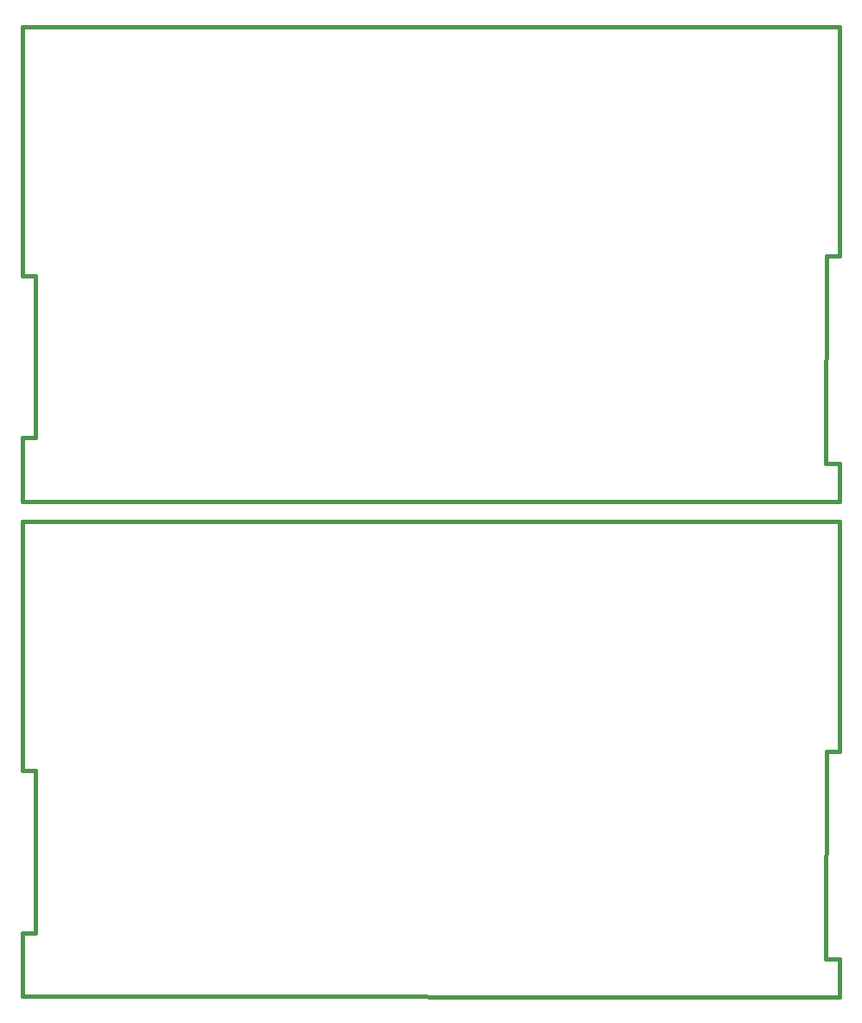
<source format=gm1>
%MOIN*%
%OFA0B0*%
%FSLAX46Y46*%
%IPPOS*%
%LPD*%
%ADD10C,0.015000000000000001*%
%ADD21C,0.015000000000000001*%
%LPD*%
G01*
D10*
X0003151000Y0000944708D02*
X0003151000Y0001830708D01*
X0003150000Y0000146708D02*
X0003149606Y0000000000D01*
X0003098000Y0000146708D02*
X0003150000Y0000146708D01*
X0003099000Y0000944708D02*
X0003098000Y0000146708D01*
X0003151000Y0000944708D02*
X0003099000Y0000944708D01*
X0000000000Y0000245708D02*
X0000000000Y0000000708D01*
X0000000000Y0000870708D02*
X0000000000Y0001830708D01*
X0000050000Y0000870708D02*
X0000000000Y0000870708D01*
X0000050000Y0000245708D02*
X0000050000Y0000870708D01*
X0000000000Y0000245708D02*
X0000050000Y0000245708D01*
X0003149606Y0000000000D02*
X0000000000Y0000000708D01*
X0000000000Y0001830708D02*
X0003151000Y0001830708D01*
G04 next file*
%LPD*%
G04 #@! TF.GenerationSoftware,KiCad,Pcbnew,(5.1.10)-1*
G04 #@! TF.CreationDate,2021-10-22T12:51:20-04:00*
G04 #@! TF.ProjectId,SSB6,53534236-2e6b-4696-9361-645f70636258,1*
G04 #@! TF.SameCoordinates,PX8c7ecc0PY46649b0*
G04 #@! TF.FileFunction,Profile,NP*
G04 Gerber Fmt 4.6, Leading zero omitted, Abs format (unit mm)*
G04 Created by KiCad (PCBNEW (5.1.10)-1) date 2021-10-22 12:51:20*
G01*
G04 APERTURE LIST*
G04 #@! TA.AperFunction,Profile*
G04 #@! TD*
G04 APERTURE END LIST*
D21*
X0003151000Y0002854157D02*
X0003151000Y0003740157D01*
X0003150000Y0002056157D02*
X0003149606Y0001909448D01*
X0003098000Y0002056157D02*
X0003150000Y0002056157D01*
X0003099000Y0002854157D02*
X0003098000Y0002056157D01*
X0003151000Y0002854157D02*
X0003099000Y0002854157D01*
X0000000000Y0002155157D02*
X0000000000Y0001910157D01*
X0000000000Y0002780157D02*
X0000000000Y0003740157D01*
X0000050000Y0002780157D02*
X0000000000Y0002780157D01*
X0000050000Y0002155157D02*
X0000050000Y0002780157D01*
X0000000000Y0002155157D02*
X0000050000Y0002155157D01*
X0003149606Y0001909448D02*
X0000000000Y0001910157D01*
X0000000000Y0003740157D02*
X0003151000Y0003740157D01*
M02*
</source>
